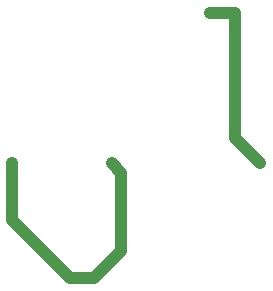
<source format=gbp>
G04 Layer: BottomPasteMaskLayer*
G04 EasyEDA v6.4.19.4, 2021-09-18T03:44:13+08:00*
G04 1fc8be4444e141828a02f3c2f3ba565e,119f753a6ce64b8d841f2ad33262ab0c,10*
G04 Gerber Generator version 0.2*
G04 Scale: 100 percent, Rotated: No, Reflected: No *
G04 Dimensions in millimeters *
G04 leading zeros omitted , absolute positions ,4 integer and 5 decimal *
%FSLAX45Y45*%
%MOMM*%

%ADD12C,1.0000*%

%LPD*%
D12*
X3306097Y5631992D02*
G01*
X3306097Y5152102D01*
X3797317Y4660882D01*
X4000505Y4660882D01*
X4146100Y5631992D02*
G01*
X4229100Y5548993D01*
X4229100Y4889484D01*
X4000500Y4660884D01*
X5406095Y5631990D02*
G01*
X5194300Y5843785D01*
X5194300Y6908800D01*
X5194300Y6908800D02*
G01*
X5105400Y6908800D01*
X5105400Y6908800D02*
G01*
X4975608Y6908800D01*
M02*

</source>
